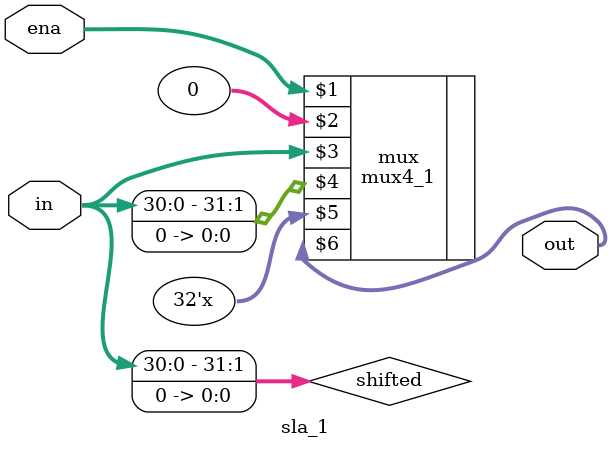
<source format=v>
module sla_1(in, ena, out);

	input [31:0] in;
	input [1:0] ena;
	output [31:0] out;
	
	wire [31:0] shifted;
	
	mux4_1 mux(ena, 32'd0, in, shifted, 32'dz, out);
	
	assign shifted[31:1] = in[30:0];
	assign shifted[0] = 1'b0;

endmodule
</source>
